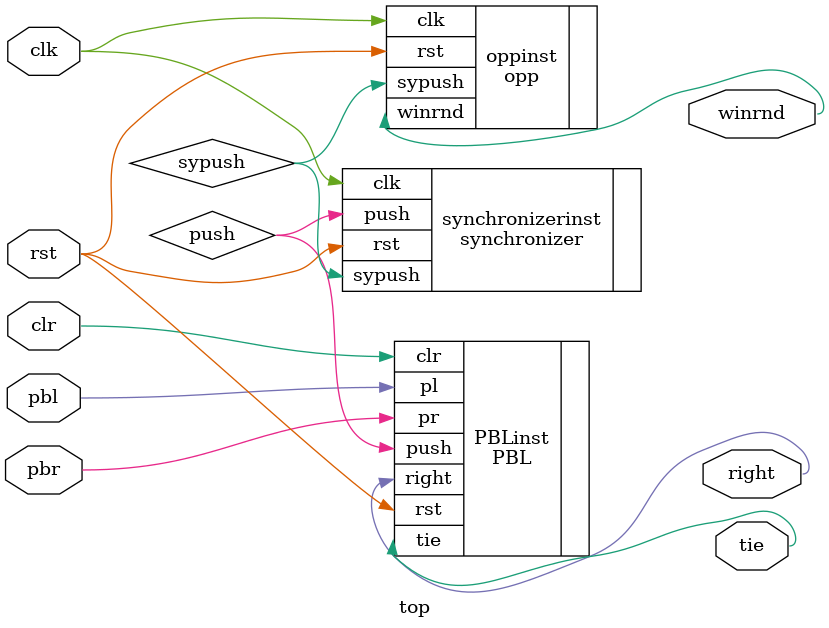
<source format=v>
module top(clk, rst, clr, pbl, pbr, winrnd, right, tie);

	input clk, rst, clr, pbl, pbr;
	output winrnd, right, tie;
	wire push, sypush;
	//create PBL module
	PBL PBLinst(.clr(clr),.pl(pbl),.pr(pbr),.rst(rst),.push(push),.right(right),.tie(tie));
	//create sychro module
	synchronizer synchronizerinst(.clk(clk),.rst(rst),.push(push),.sypush(sypush));
	//create OPP module
	opp oppinst(.clk(clk),.rst(rst),.sypush(sypush),.winrnd(winrnd));

endmodule
</source>
